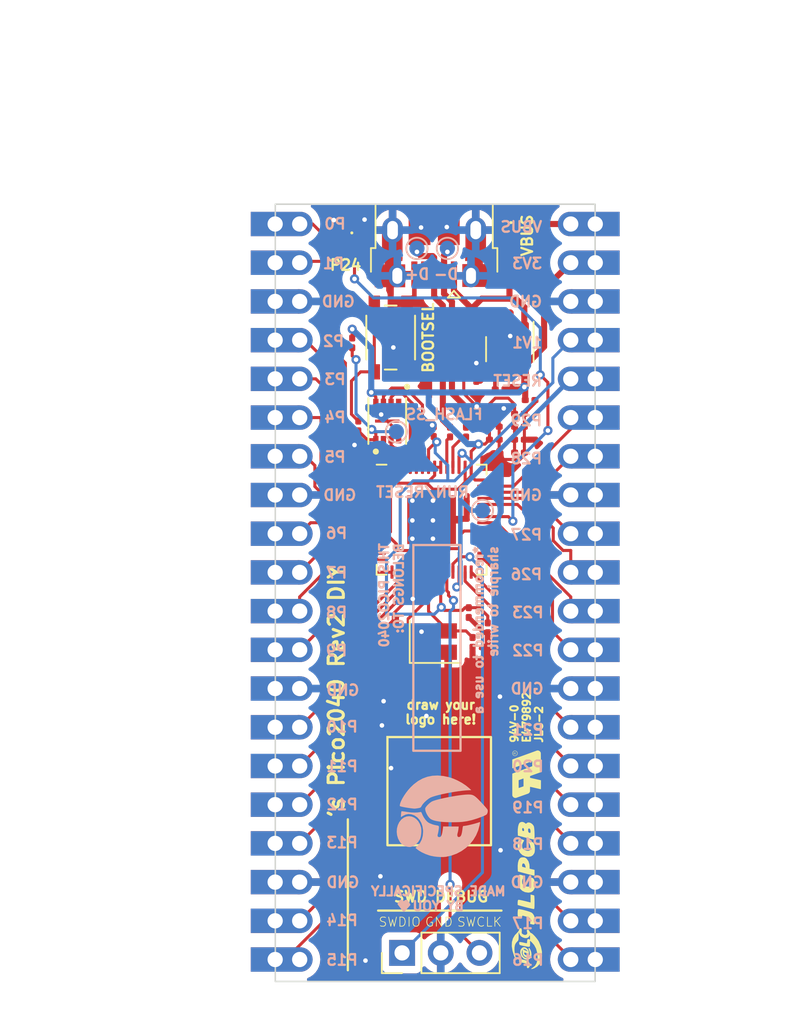
<source format=kicad_pcb>
(kicad_pcb (version 20221018) (generator pcbnew)
  (layers (0 "F.Cu" signal) (31 "B.Cu" signal) (34 "B.Paste" user) (35 "F.Paste" user) (36 "B.SilkS" user "B.Silkscreen") (37 "F.SilkS" user "F.Silkscreen") (38 "B.Mask" user) (39 "F.Mask" user) (44 "Edge.Cuts" user))
  (net 0 "")
  (net 1 "+1V1")
  (net 2 "GND")
  (net 3 "+3.3V")
  (net 4 "VBUS")
  (net 5 "/CLKOUT")
  (net 6 "/CLKIN")
  (net 7 "/USER_LED")
  (net 8 "/DM")
  (net 9 "/DP")
  (net 11 "/P0")
  (net 12 "/P1")
  (net 13 "/P2")
  (net 14 "/P3")
  (net 15 "/P4")
  (net 16 "/P5")
  (net 17 "/P6")
  (net 18 "/P7")
  (net 19 "/P8")
  (net 20 "/P9")
  (net 21 "/P10")
  (net 22 "/P11")
  (net 23 "/P12")
  (net 24 "/P13")
  (net 25 "/P14")
  (net 26 "/P15")
  (net 27 "/RESET")
  (net 28 "/P29")
  (net 29 "/P28")
  (net 30 "/P27")
  (net 31 "/P26")
  (net 32 "/P23")
  (net 33 "/P22")
  (net 34 "/P21")
  (net 35 "/P20")
  (net 36 "/P19")
  (net 37 "/P18")
  (net 38 "/P17")
  (net 39 "/P16")
  (net 40 "/SWDIO")
  (net 41 "/SWCLK")
  (net 42 "Net-(U1-USB_DP)")
  (net 43 "Net-(U1-USB_DM)")
  (net 44 "Net-(U2-SENSE{slash}ADJ)")
  (net 45 "/FLASH_SS")
  (net 46 "Net-(R6-Pad1)")
  (net 48 "/FLASH_SD3")
  (net 49 "/FLASH_CLOCK")
  (net 50 "/FLASH_SD0")
  (net 51 "/FLASH_SD2")
  (net 52 "/FLASH_SD1")
  (footprint "Resistor_SMD:R_0201_0603Metric" (layer "F.Cu") (at 98.4975 52.2875)
    (fp_text reference "R3" hide)
    (fp_text value "12")
  )
  (footprint "Connector_PinHeader_2.54mm:PinHeader_1x03_P2.54mm_Vertical" (layer "F.Cu") (at 92.0625 89.2625 90)
    (fp_text reference "J4" hide)
    (fp_text value "Conn_01x03")
  )
  (footprint "Connector_USB:USB_Micro-B_Amphenol_10103594-0001LF_Horizontal" (layer "F.Cu") (at 94.1425 42.9525 180)
    (fp_text reference "J1" hide)
    (fp_text value "USB_B_Micro" hide)
  )
  (footprint "Capacitor_SMD:C_0201_0603Metric" (layer "F.Cu") (at 97.6875 67.9325 -90)
    (fp_text reference "C3" hide)
    (fp_text value "1uF")
  )
  (footprint "TL3365AF180QG:SW_TL3365AF180QG" (layer "F.Cu") (at 91.3125 48.8875 90)
    (fp_text reference "S1" hide)
    (fp_text value "TL3365AF180QG" hide)
  )
  (footprint "Package_TO_SOT_SMD:TSOT-23-5" (layer "F.Cu") (at 99.1375 49.65 -90)
    (fp_text reference "U2" hide)
    (fp_text value "ADP7142AUJZ-3.3")
  )
  (footprint "Package_DFN_QFN:QFN-56-1EP_7x7mm_P0.4mm_EP3.2x3.2mm" (layer "F.Cu") (at 94 60.8375)
    (fp_text reference "U1" hide)
    (fp_text value "RP2040")
  )
  (footprint "Capacitor_SMD:C_0201_0603Metric" (layer "F.Cu") (at 94.1375 55.0575 90)
    (fp_text reference "C1" hide)
    (fp_text value "100nF")
  )
  (footprint "Resistor_SMD:R_0201_0603Metric" (layer "F.Cu") (at 88.7875 49.2375 -90)
    (fp_text reference "R5" hide)
    (fp_text value "NO-FIT")
  )
  (footprint "SMD-TH-Connector:PinHeader_1x20_2H_P2.54mm_Vertical" (layer "F.Cu") (at 85.3375 41.4375)
    (fp_text reference "J2" hide)
    (fp_text value "Conn_01x20")
  )
  (footprint "Resistor_SMD:R_0201_0603Metric" (layer "F.Cu") (at 95.2125 55.0875 -90)
    (fp_text reference "R1" hide)
    (fp_text value "200")
  )
  (footprint "Crystal:Crystal_SMD_2520-4Pin_2.5x2.0mm" (layer "F.Cu") (at 94.2125 68.8375)
    (fp_text reference "Y1" hide)
    (fp_text value "12MHz")
  )
  (footprint "Capacitor_SMD:C_0201_0603Metric" (layer "F.Cu") (at 96.4375 66.9325 -90)
    (fp_text reference "C2" hide)
    (fp_text value "100nF")
  )
  (footprint "LOGO" (layer "F.Cu") (at 100.2375 85.5375 90)
    (fp_text reference "G***" hide)
    (fp_text value "LOGO" hide)
  )
  (footprint "Capacitor_SMD:C_0201_0603Metric" (layer "F.Cu") (at 99.7675 55.5875)
    (fp_text reference "C10" hide)
    (fp_text value "100nF")
  )
  (footprint "Capacitor_SMD:C_0201_0603Metric" (layer "F.Cu") (at 99.7725 56.4375)
    (fp_text reference "C11" hide)
    (fp_text value "100nF")
  )
  (footprint "Capacitor_SMD:C_0201_0603Metric" (layer "F.Cu") (at 99.7675 54.7375)
    (fp_text reference "C9" hide)
    (fp_text value "100nF")
  )
  (footprint "Resistor_SMD:R_0201_0603Metric" (layer "F.Cu") (at 96.2625 55.0925 -90)
    (fp_text reference "R2" hide)
    (fp_text value "200")
  )
  (footprint "Capacitor_SMD:C_0201_0603Metric" (layer "F.Cu") (at 98.1175 54.7375)
    (fp_text reference "C6" hide)
    (fp_text value "100nF")
  )
  (footprint "Capacitor_SMD:C_0201_0603Metric" (layer "F.Cu") (at 91.8375 69.4825 90)
    (fp_text reference "C15" hide)
    (fp_text value "15pF")
  )
  (footprint "Capacitor_SMD:C_0201_0603Metric" (layer "F.Cu") (at 98.1175 53.9125)
    (fp_text reference "C5" hide)
    (fp_text value "100nF")
  )
  (footprint "Capacitor_SMD:C_0201_0603Metric" (layer "F.Cu") (at 99.7675 53.8875)
    (fp_text reference "C8" hide)
    (fp_text value "100nF")
  )
  (footprint "LED_SMD:LED_0201_0603Metric" (layer "F.Cu") (at 88.7625 42.88 -90)
    (fp_text reference "D2" hide)
    (fp_text value "LED")
  )
  (footprint "Capacitor_SMD:C_0201_0603Metric" (layer "F.Cu") (at 99.1125 44.8675 90)
    (fp_text reference "C12" hide)
    (fp_text value "2.2uF")
  )
  (footprint "LED_SMD:LED_0201_0603Metric" (layer "F.Cu") (at 99.2125 42.205 -90)
    (fp_text reference "D1" hide)
    (fp_text value "LED")
  )
  (footprint "Resistor_SMD:R_0201_0603Metric" (layer "F.Cu") (at 96.9375 51.4425 90)
    (fp_text reference "R4" hide)
    (fp_text value "12")
  )
  (footprint "Capacitor_SMD:C_0201_0603Metric" (layer "F.Cu") (at 96.6875 68.8875 -90)
    (fp_text reference "C14" hide)
    (fp_text value "15pF")
  )
  (footprint "Capacitor_SMD:C_0201_0603Metric" (layer "F.Cu") (at 100.4675 52.9875)
    (fp_text reference "C13" hide)
    (fp_text value "2.2uF")
  )
  (footprint "Resistor_SMD:R_0201_0603Metric" (layer "F.Cu") (at 89.1875 54.6875 -90)
    (fp_text reference "R6" hide)
    (fp_text value "1K")
  )
  (footprint "LOGO" (layer "F.Cu") (at 100.2375 77.5375 90)
    (fp_text reference "G***" hide)
    (fp_text value "LOGO" hide)
  )
  (footprint "GD25Q16CEIGR:PSON50P200X300X50-9N" (layer "F.Cu") (at 91.0875 54.3675 90)
    (fp_text reference "U3" hide)
    (fp_text value "GD25Q16CEIGR")
  )
  (footprint "Capacitor_SMD:C_0201_0603Metric" (layer "F.Cu") (at 98.1175 55.5875)
    (fp_text reference "C7" hide)
    (fp_text value "100nF")
  )
  (footprint "Capacitor_SMD:C_0201_0603Metric" (layer "F.Cu") (at 89.3875 56.4825 90)
    (fp_text reference "C4" hide)
    (fp_text value "1uF")
  )
  (footprint "LOGO" (layer "B.Cu") (at 94.7 80.3 180)
    (fp_text reference "G***" hide)
    (fp_text value "LOGO" hide)
  )
  (footprint "TestPoint:TestPoint_Pad_D1.0mm" (layer "B.Cu") (at 95.0375 43.0375 180)
    (fp_text reference "TP2" hide)
    (fp_text value "USB_DM")
  )
  (footprint "TestPoint:TestPoint_Pad_D1.0mm" (layer "B.Cu") (at 93.0375 43.0375 180)
    (fp_text reference "TP1" hide)
    (fp_text value "USB_DP")
  )
  (footprint "TestPoint:TestPoint_Pad_D1.0mm" (layer "B.Cu") (at 91.6875 55.0625 180)
    (fp_text reference "TP4" hide)
    (fp_text value "FLASH_SS")
  )
  (footprint "SMD-TH-Connector:PinHeader_1x20_2H_P2.54mm_Vertical" (layer "B.Cu") (at 103.1375 41.4375 180)
    (fp_text reference "J3" hide)
    (fp_text value "Conn_01x20")
  )
  (footprint "TestPoint:TestPoint_Pad_D1.0mm" (layer "B.Cu") (at 97.3375 60.2375 180)
    (fp_text reference "TP3" hide)
    (fp_text value "RESET")
  )
  (gr_poly (pts (xy 92.18 86.49) (xy 92.53 86.1) (xy 92.38 85.86) (xy 92.29 85.86) (xy 92.18 85.98) (xy 92.06 85.86) (xy 91.97 85.86) (xy 91.84 86.05)) (stroke (width 0.15)) (fill solid) (layer "B.SilkS"))
  (gr_rect (start 92.8 62.5) (end 95.9 76) (stroke (width 0.15)) (fill none) (layer "B.SilkS"))
  (gr_rect (start 91.1 75.1) (end 97.9 82.2) (stroke (width 0.15)) (fill none) (layer "F.SilkS"))
  (gr_line (start 88.5 80.5) (end 88.5 90.4) (stroke (width 0.15)) (layer "F.SilkS"))
  (gr_line (start 98.5875 86.4875) (end 90.4875 86.4875) (stroke (width 0.15)) (layer "F.SilkS"))
  (gr_rect (start 83.7375 40.1375) (end 104.7375 91.1375) (stroke (width 0.1)) (fill none) (layer "Edge.Cuts"))
  (gr_text "P18" (at 101.4375 82.5375) (layer "B.SilkS") (effects (font (size 0.7 0.7)) (justify left bottom mirror)))
  (gr_text "GND" (at 89.3375 85.0375) (layer "B.SilkS") (effects (font (size 0.7 0.7)) (justify left bottom mirror)))
  (gr_text "GND" (at 101.3375 46.9375) (layer "B.SilkS") (effects (font (size 0.7 0.7)) (justify left bottom mirror)))
  (gr_text "P9" (at 88.5375 69.8375) (layer "B.SilkS") (effects (font (size 0.7 0.7)) (justify left bottom mirror)))
  (gr_text "P11" (at 89.2375 77.4375) (layer "B.SilkS") (effects (font (size 0.7 0.7)) (justify left bottom mirror)))
  (gr_text "P14" (at 89.2375 87.5375) (layer "B.SilkS") (effects (font (size 0.7 0.7)) (justify left bottom mirror)))
  (gr_text "THIS PICO2040\nBELONGS TO:" (at 92.2 62.3 90) (layer "B.SilkS") (effects (font (size 0.6 0.6)) (justify left bottom mirror)))
  (gr_text "P5" (at 88.4375 57.1375) (layer "B.SilkS") (effects (font (size 0.7 0.7)) (justify left bottom mirror)))
  (gr_text "RESET" (at 101.3375 52.1375) (layer "B.SilkS") (effects (font (size 0.7 0.7)) (justify left bottom mirror)))
  (gr_text "P4" (at 88.4375 54.5375) (layer "B.SilkS") (effects (font (size 0.7 0.7)) (justify left bottom mirror)))
  (gr_text "P13" (at 89.2375 82.4375) (layer "B.SilkS") (effects (font (size 0.7 0.7)) (justify left bottom mirror)))
  (gr_text "P20" (at 101.4375 77.4375) (layer "B.SilkS") (effects (font (size 0.7 0.7)) (justify left bottom mirror)))
  (gr_text "GND" (at 89.1375 59.6375) (layer "B.SilkS") (effects (font (size 0.7 0.7)) (justify left bottom mirror)))
  (gr_text "P26" (at 101.3375 64.8375) (layer "B.SilkS") (effects (font (size 0.7 0.7)) (justify left bottom mirror)))
  (gr_text "P28" (at 101.3375 57.2375) (layer "B.SilkS") (effects (font (size 0.7 0.7)) (justify left bottom mirror)))
  (gr_text "P22" (at 101.4375 69.8375) (layer "B.SilkS") (effects (font (size 0.7 0.7)) (justify left bottom mirror)))
  (gr_text "MADE SPECIFICALLY\nBY YOU" (at 94.4375 86.5375) (layer "B.SilkS") (effects (font (size 0.6 0.6) (thickness 0.15) bold) (justify bottom mirror)))
  (gr_text "GND" (at 89.0375 46.9375) (layer "B.SilkS") (effects (font (size 0.7 0.7)) (justify left bottom mirror)))
  (gr_text "*recommended to use a\nsharpie to write" (at 98.4 62.5 90) (layer "B.SilkS") (effects (font (size 0.6 0.6)) (justify left bottom mirror)))
  (gr_text "P2" (at 88.3375 49.5375) (layer "B.SilkS") (effects (font (size 0.7 0.7)) (justify left bottom mirror)))
  (gr_text "3V3" (at 101.3375 44.4375) (layer "B.SilkS") (effects (font (size 0.7 0.7)) (justify left bottom mirror)))
  (gr_text "P29" (at 101.3375 54.7375) (layer "B.SilkS") (effects (font (size 0.7 0.7)) (justify left bottom mirror)))
  (gr_text "P23" (at 101.4375 67.3375) (layer "B.SilkS") (effects (font (size 0.7 0.7)) (justify left bottom mirror)))
  (gr_text "P6" (at 88.5375 62.1375) (layer "B.SilkS") (effects (font (size 0.7 0.7)) (justify left bottom mirror)))
  (gr_text "1V1" (at 101.3375 49.6375) (layer "B.SilkS") (effects (font (size 0.7 0.7)) (justify left bottom mirror)))
  (gr_text "P12" (at 89.2375 79.9375) (layer "B.SilkS") (effects (font (size 0.7 0.7)) (justify left bottom mirror)))
  (gr_text "P16" (at 101.4375 90.1375) (layer "B.SilkS") (effects (font (size 0.7 0.7)) (justify left bottom mirror)))
  (gr_text "P21" (at 101.4375 75.0375) (layer "B.SilkS") (effects (font (size 0.7 0.7)) (justify left bottom mirror)))
  (gr_text "P1" (at 88.3375 44.4375) (layer "B.SilkS") (effects (font (size 0.7 0.7)) (justify left bottom mirror)))
  (gr_text "D-" (at 95.8375 45.1375) (layer "B.SilkS") (effects (font (size 0.7 0.7)) (justify left bottom mirror)))
  (gr_text "P19" (at 101.4375 80.1375) (layer "B.SilkS") (effects (font (size 0.7 0.7)) (justify left bottom mirror)))
  (gr_text "GND" (at 89.3375 72.4375) (layer "B.SilkS") (effects (font (size 0.7 0.7)) (justify left bottom mirror)))
  (gr_text "P17" (at 101.4375 87.7375) (layer "B.SilkS") (effects (font (size 0.7 0.7)) (justify left bottom mirror)))
  (gr_text "D+" (at 93.9375 45.1375) (layer "B.SilkS") (effects (font (size 0.7 0.7)) (justify left bottom mirror)))
  (gr_text "P15" (at 89.2375 90.1375) (layer "B.SilkS") (effects (font (size 0.7 0.7)) (justify left bottom mirror)))
  (gr_text "GND" (at 101.4375 85.0375) (layer "B.SilkS") (effects (font (size 0.7 0.7)) (justify left bottom mirror)))
  (gr_text "P3" (at 88.4375 52.0375) (layer "B.SilkS") (effects (font (size 0.7 0.7)) (justify left bottom mirror)))
  (gr_text "P7" (at 88.5375 64.7375) (layer "B.SilkS") (effects (font (size 0.7 0.7)) (justify left bottom mirror)))
  (gr_text "FLASH_SS" (at 97.4375 54.3375) (layer "B.SilkS") (effects (font (size 0.7 0.7)) (justify left bottom mirror)))
  (gr_text "P10" (at 89.2375 74.8375) (layer "B.SilkS") (effects (font (size 0.7 0.7)) (justify left bottom mirror)))
  (gr_text "RUN/RESET" (at 96.5375 59.4375) (layer "B.SilkS") (effects (font (size 0.7 0.7)) (justify left bottom mirror)))
  (gr_text "VBUS" (at 101.3375 42.0375) (layer "B.SilkS") (effects (font (size 0.7 0.7)) (justify left bottom mirror)))
  (gr_text "P27" (at 101.3375 62.2375) (layer "B.SilkS") (effects (font (size 0.7 0.7)) (justify left bottom mirror)))
  (gr_text "P0" (at 88.4375 41.8375) (layer "B.SilkS") (effects (font (size 0.7 0.7)) (justify left bottom mirror)))
  (gr_text "GND" (at 101.4375 72.3375) (layer "B.SilkS") (effects (font (size 0.7 0.7)) (justify left bottom mirror)))
  (gr_text "P8" (at 88.5375 67.3375) (layer "B.SilkS") (effects (font (size 0.7 0.7)) (justify left bottom mirror)))
  (gr_text "GND" (at 101.3375 59.6375) (layer "B.SilkS") (effects (font (size 0.7 0.7)) (justify left bottom mirror)))
  (gr_text "SWCLK" (at 95.6375 87.5875) (layer "F.SilkS") (effects (font (size 0.6 0.6) (thickness 0.05)) (justify left bottom)))
  (gr_text "SWDIO" (at 90.4875 87.5875) (layer "F.SilkS") (effects (font (size 0.6 0.6) (thickness 0.05)) (justify left bottom)))
  (gr_text "'s Pico2040 Rev2 DIY" (at 88.3375 80.5 90) (layer "F.SilkS") (effects (font (size 1 1) (thickness 0.2) bold) (justify left bottom)))
  (gr_text "VBUS" (at 100.6875 43.6375 90) (layer "F.SilkS") (effects (font (size 0.7 0.7)) (justify left bottom)))
  (gr_text "GND" (at 93.5375 87.5875) (layer "F.SilkS") (effects (font (size 0.6 0.6) (thickness 0.05)) (justify left bottom)))
  (gr_text "94V-0\nE479892\nJLC-2" (at 101.3375 75.5375 90) (layer "F.SilkS") (effects (font (size 0.5 0.5) (thickness 0.125)) (justify left bottom)))
  (gr_text "BOOTSEL" (at 94.1875 51.2875 90) (layer "F.SilkS") (effects (font (size 0.7 0.7)) (justify left bottom)))
  (gr_text "SWD DEBUG" (at 91.4375 85.9875) (layer "F.SilkS") (effects (font (size 0.7 0.7)) (justify left bottom)))
  (gr_text "draw your\nlogo here!" (at 94.6 74.3) (layer "F.SilkS") (effects (font (size 0.6 0.6)) (justify bottom)))
  (gr_text "P24" (at 87.2375 44.5375) (layer "F.SilkS") (effects (font (size 0.7 0.7)) (justify left bottom)))
  (segment (start 96.192495 66.6125) (end 96.4375 66.6125) (width 0.2) (layer "F.Cu") (net 1))
  (segment (start 96.4375 66.6125) (end 97.1425 66.6125) (width 0.2) (layer "F.Cu") (net 1))
  (segment (start 97.1425 66.6125) (end 97.6875 67.1575) (width 0.2) (layer "F.Cu") (net 1))
  (segment (start 94.839821 66.789821) (end 96.015174 66.789821) (width 0.2) (layer "F.Cu") (net 1))
  (segment (start 95.8 57.4) (end 95.8 56.679444) (width 0.2) (layer "F.Cu") (net 1))
  (segment (start 94.1375 55.3775) (end 94.1375 55.6875) (width 0.2) (layer "F.Cu") (net 1))
  (segment (start 94.6375 66.5875) (end 94.839821 66.789821) (width 0.2) (layer "F.Cu") (net 1))
  (segment (start 97.6875 67.1575) (end 97.6875 67.6125) (width 0.2) (layer "F.Cu") (net 1))
  (segment (start 94.6 64.275) (end 94.6 66.55) (width 0.2) (layer "F.Cu") (net 1))
  (segment (start 93.8 57.4) (end 93.8 56.225) (width 0.2) (layer "F.Cu") (net 1))
  (segment (start 94.1375 55.6875) (end 94.2375 55.7875) (width 0.2) (layer "F.Cu") (net 1))
  (segment (start 93.8 56.225) (end 94.2875 55.7375) (width 0.2) (layer "F.Cu") (net 1))
  (segment (start 95.8 56.679444) (end 96.0005 56.478944) (width 0.2) (layer "F.Cu") (net 1))
  (segment (start 94.6625 66.5875) (end 94.6375 66.5875) (width 0.2) (layer "F.Cu") (net 1))
  (segment (start 96.015174 66.789821) (end 96.192495 66.6125) (width 0.2) (layer "F.Cu") (net 1))
  (segment (start 94.3375 55.7375) (end 94.3375 55.6875) (width 0.2) (layer "F.Cu") (net 1))
  (segment (start 94.3375 55.6875) (end 94.2375 55.7875) (width 0.2) (layer "F.Cu") (net 1))
  (segment (start 94.6 66.55) (end 94.6375 66.5875) (width 0.2) (layer "F.Cu") (net 1))
  (segment (start 94.2875 55.7375) (end 94.3375 55.7375) (width 0.2) (layer "F.Cu") (net 1))
  (via (at 94.3375 55.7375) (size 0.6) (drill 0.3) (layers "F.Cu" "B.Cu") (net 1))
  (via (at 94.6375 66.5875) (size 0.6) (drill 0.3) (layers "F.Cu" "B.Cu") (net 1))
  (via (at 96.0005 56.478944) (size 0.6) (drill 0.3) (layers "F.Cu" "B.Cu") (net 1))
  (segment (start 94.1875 67.0375) (end 91.0375 67.0375) (width 0.2) (layer "B.Cu") (net 1))
  (segment (start 94.2375 56.448534) (end 95.0625 57.273534) (width 0.2) (layer "B.Cu") (net 1))
  (segment (start 96.0005 56.478944) (end 96.078944 56.478944) (width 0.2) (layer "B.Cu") (net 1))
  (segment (start 96.078944 56.478944) (end 96.701409 57.101409) (width 0.2) (layer "B.Cu") (net 1))
  (segment (start 94.6375 66.5875) (end 94.1875 67.0375) (width 0.2) (layer "B.Cu") (net 1))
  (segment (start 91.0375 63.4625) (end 91.9375 62.5625) (width 0.2) (layer "B.Cu") (net 1))
  (segment (start 94.2375 55.8375) (end 94.2375 56.448534) (width 0.2) (layer "B.Cu") (net 1))
  (segment (start 91.9375 62.5625) (end 91.9375 59.1375) (width 0.2) (layer "B.Cu") (net 1))
  (segment (start 95.0625 57.273534) (end 95.0625 58.288) (width 0.2) (layer "B.Cu") (net 1))
  (segment (start 92.787 58.288) (end 95.0625 58.288) (width 0.2) (layer "B.Cu") (net 1))
  (segment (start 95.514818 58.288) (end 96.701409 57.101409) (width 0.2) (layer "B.Cu") (net 1))
  (segment (start 94.3375 55.7375) (end 94.2375 55.8375) (width 0.2) (layer "B.Cu") (net 1))
  (segment (start 91.9375 59.1375) (end 92.787 58.288) (width 0.2) (layer "B.Cu") (net 1))
  (segment (start 95.0625 58.288) (end 95.514818 58.288) (width 0.2) (layer "B.Cu") (net 1))
  (segment (start 96.701409 57.101409) (end 101.9625 51.840318) (width 0.2) (layer "B.Cu") (net 1))
  (segment (start 101.9625 51.840318) (end 101.9625 50.2325) (width 0.2) (layer "B.Cu") (net 1))
  (segment (start 101.9625 50.2325) (end 103.1375 49.0575) (width 0.2) (layer "B.Cu") (net 1))
  (segment (start 91.0375 67.0375) (end 91.0375 63.4625) (width 0.2) (layer "B.Cu") (net 1))
  (segment (start 92.7625 66.0375) (end 92.459532 66.0375) (width 0.2) (layer "F.Cu") (net 2))
  (segment (start 99.1125 44.5475) (end 99.1125 44.3125) (width 0.3) (layer "F.Cu") (net 2))
  (segment (start 100.7875 53.1875) (end 100.7875 52.9875) (width 0.2) (layer "F.Cu") (net 2))
  (segment (start 91.4875 67.009532) (end 91.4875 67.9875) (width 0.2) (layer "F.Cu") (net 2))
  (segment (start 91.0875 54.3675) (end 91.8375 55.1175) (width 0.2) (layer "F.Cu") (net 2))
  (segment (start 89.1625 55.9375) (end 89.3875 56.1625) (width 0.2) (layer "F.Cu") (net 2))
  (segment (start 96.1125 51.4875) (end 96.4775 51.1225) (width 0.2) (layer "F.Cu") (net 2))
  (segment (start 91.0875 54.3675) (end 91.0875 54.3375) (width 0.2) (layer "F.Cu") (net 2))
  (segment (start 91.3125 51.4375) (end 91.3125 51.5375) (width 0.2) (layer "F.Cu") (net 2))
  (segment (start 88.9375 55.9375) (end 89.1625 55.9375) (width 0.2) (layer "F.Cu") (net 2))
  (segment (start 93 65.8) (end 92.7625 66.0375) (width 0.2) (layer "F.Cu") (net 2))
  (segment (start 98.4375 55.5875) (end 98.4375 56.8875) (width 0.2) (layer "F.Cu") (net 2))
  (segment (start 98.4375 53.9125) (end 98.4375 53.8375) (width 0.2) (layer "F.Cu") (net 2))
  (segment (start 91.0875 54.3375) (end 90.6875 53.9375) (width 0.2) (layer "F.Cu") (net 2))
  (segment (start 91.8375 55.1175) (end 91.8375 55.5875) (width 0.2) (layer "F.Cu") (net 2))
  (segment (start 100.0925 56.593185) (end 100.0925 56.4375) (width 0.2) (layer "F.Cu") (net 2))
  (segment (start 96.4775 51.1225) (end 96.9375 51.1225) (width 0.2) (layer "F.Cu") (net 2))
  (segment (start 98.4375 53.8375) (end 98.7375 53.5375) (width 0.2) (layer "F.Cu") (net 2))
  (segment (start 96.1125 52.5625) (end 96.1125 51.4875) (width 0.2) (layer "F.Cu") (net 2))
  (segment (start 99.798185 56.8875) (end 100.0925 56.593185) (width 0.2) (layer "F.Cu") (net 2))
  (segment (start 93 64.275) (end 93 65.8) (width 0.2) (layer "F.Cu") (net 2))
  (segment (start 92.459532 66.0375) (end 91.4875 67.009532) (width 0.2) (layer "F.Cu") (net 2))
  (segment (start 91.0375 69.1625) (end 90.9875 69.2125) (width 0.2) (layer "F.Cu") (net 2))
  (segment (start 98.4375 56.8875) (end 99.798185 56.8875) (width 0.2) (layer "F.Cu") (net 2))
  (segment (start 92.8675 46.1575) (end 92.3875 46.6375) (width 0.3) (layer "F.Cu") (net 2))
  (segment (start 97.4375 68.2525) (end 96.4375 67.2525) (width 0.3) (layer "F.Cu") (net 2))
  (segment (start 92.8675 44.7175) (end 92.8675 46.1575) (width 0.3) (layer "F.Cu") (net 2))
  (segment (start 100.0925 56.4375) (end 100.0925 53.8925) (width 0.2) (layer "F.Cu") (net 2))
  (segment (start 98.4375 53.9125) (end 98.4375 55.5875) (width 0.2) (layer "F.Cu") (net 2))
  (segment (start 99.1125 44.3125) (end 98.4375 43.6375) (width 0.3) (layer "F.Cu") (net 2))
  (segment (start 96.9625 53.4125) (end 96.1125 52.5625) (width 0.2) (layer "F.Cu") (net 2))
  (segment (start 97.6875 68.2525) (end 97.4375 68.2525) (width 0.3) (layer "F.Cu") (net 2))
  (segment (start 100.0875 53.8875) (end 100.7875 53.1875) (width 0.2) (layer "F.Cu") (net 2))
  (segment (start 91.8375 69.1625) (end 91.0375 69.1625) (width 0.2) (layer "F.Cu") (net 2))
  (segment (start 100.0925 53.8925) (end 100.0875 53.8875) (width 0.2) (layer "F.Cu") (net 2))
  (via (at 88.9375 55.9375) (size 0.6) (drill 0.3) (layers "F.Cu" "B.Cu") (net 2))
  (via (at 98.5275 82.5275) (size 0.6) (drill 0.3) (layers "F.Cu" "B.Cu") (net 2))
  (via (at 90.6375 84.2375) (size 0.6) (drill 0.3) (layers "F.Cu" "B.Cu") (net 2))
  (via (at 93.6575 73.7175) (size 0.6) (drill 0.3) (layers "F.Cu" "B.Cu") (net 2))
  (via (at 89.6575 89.7675) (size 0.6) (drill 0.3) (layers "F.Cu" "B.Cu") (net 2))
  (via (at 91.4875 49.5375) (size 0.6) (drill 0.3) (layers "F.Cu" "B.Cu") (net 2))
  (via (at 99.1625 48.7875) (size 0.6) (drill 0.3) (layers "F.Cu" "B.Cu") (net 2))
  (via (at 93.3375 68.1875) (size 0.6) (drill 0.3) (layers "F.Cu" "B.Cu") (net 2))
  (via (at 94.0375 54.6375) (size 0.6) (drill 0.3) (layers "F.Cu" "B.Cu") (net 2))
  (via (at 89.5975 41.1475) (size 0.6) (drill 0.3) (layers "F.Cu" "B.Cu") (net 2))
  (via (at 92.7375 60.8875) (size 0.6) (drill 0.3) (layers "F.Cu" "B.Cu") (net 2))
  (via (at 96.9375 50.5625) (size 0.6) (drill 0.3) (layers "F.Cu" "B.Cu") (net 2))
  (via (at 94.0875 59.5875) (size 0.6) (drill 0.3) (layers "F.Cu" "B.Cu") (net 2))
  (via (at 90.6875 53.9375) (size 0.6) (drill 0.3) (layers "F.Cu" "B.Cu") (net 2))
  (via (at 91.3375 77.1375) (size 0.6) (drill 0.3) (layers "F.Cu" "B.Cu") (net 2))
  (via (at 87.5775 41.1775) (size 0.6) (drill 0.3) (layers "F.Cu" "B.Cu") (net 2))
  (via (at 98.7375 53.5375) (size 0.6) (drill 0.3) (layers "F.Cu" "B.Cu") (net 2))
  (via (at 94.0875 60.8875) (size 0.6) (drill 0.3) (layers "F.Cu" "B.Cu") (net 2))
  (via (at 94.9975 41.6375) (size 0.6) (drill 0.3) (layers "F.Cu" "B.Cu") (net 2))
  (via (at 98.4875 72.4475) (size 0.6) (drill 0.3) (layers "F.Cu" "B.Cu") (net 2))
  (via (at 92.7625 66.0375) (size 0.6) (drill 0.3) (layers "F.Cu" "B.Cu") (net 2))
  (via (at 94.0875 62.0875) (size 0.6) (drill 0.3) (layers "F.Cu" "B.Cu") (net 2))
  (via (at 93.3075 41.6675) (size 0.6) (drill 0.3) (layers "F.Cu" "B.Cu") (net 2))
  (via (at 90.7375 74.3375) (size 0.6) (drill 0.3) (layers "F.Cu" "B.Cu") (net 2))
  (via (at 96.9625 53.4125) (size 0.6) (drill 0.3) (layers "F.Cu" "B.Cu") (net 2))
  (via (at 92.7375 62.0875) (size 0.6) (drill 0.3) (layers "F.Cu" "B.Cu") (net 2))
  (via (at 90.8475 72.7475) (size 0.6) (drill 0.3) (layers "F.Cu" "B.Cu") (net 2))
  (via (at 92.7375 59.5875) (size 0.6) (drill 0.3) (layers "F.Cu" "B.Cu") (net 2))
  (segment (start 87.4875 46.8875) (end 89.4625 46.8875) (width 0.4) (layer "B.Cu") (net 2))
  (segment (start 89.4375 56.5375) (end 87.3625 54.4625) (width 0.4) (layer "B.Cu") (net 2))
  (segment (start 92.4625 56.5375) (end 89.4375 56.5375) (width 0.4) (layer "B.Cu") (net 2))
  (segment (start 87.3625 47.0125) (end 87.4875 46.8875) (width 0.4) (layer "B.Cu") (net 2))
  (segment (start 90.6875 53.9375) (end 90.7125 53.9125) (width 0.4) (layer "B.Cu") (net 2))
  (segment (start 93.0375 53.9125) (end 93.7625 54.6375) (width 0.4) (layer "B.Cu") (net 2))
  (segment (start 94.0375 54.9125) (end 94.0625 54.9375) (width 0.4) (layer "B.Cu") (net 2))
  (segment (start 87.3625 54.4625) (end 87.3625 47.0125) (width 0.4) (layer "B.Cu") (net 2))
  (segment (start 94.0625 54.9375) (end 92.4625 56.5375) (width 0.4) (layer "B.Cu") (net 2))
  (segment (start 94.0375 54.6375) (end 94.0375 54.9125) (width 0.4) (layer "B.Cu") (net 2))
  (segment (start 93.7625 54.6375) (end 94.0375 54.6375) (width 0.4) (layer "B.Cu") (net 2))
  (segment (start 90.7125 53.9125) (end 93.0375 53.9125) (width 0.4) (layer "B.Cu") (net 2))
  (segment (start 93.1375 50.5625) (end 96.9375 50.5625) (width 0.4) (layer "B.Cu") (net 2))
  (segment (start 89.4625 46.8875) (end 93.1375 50.5625) (width 0.4) (layer "B.Cu") (net 2))
  (segment (start 100.0875 52.1375) (end 100.0875 50.7875) (width 0.4) (layer "F.Cu") (net 3))
  (segment (start 89.3875 57.0625) (end 90.5625 58.2375) (width 0.2) (layer "F.Cu") (net 3))
  (segment (start 101.3875 49.4875) (end 100.0875 50.7875) (width 0.4) (layer "F.Cu") (net 3))
  (segment (start 97.077498 55.877498) (end 96.6 56.354996) (width 0.2) (layer "F.Cu") (net 3))
  (segment (start 97.7975 55.5875) (end 97.7975 53.9125) (width 0.2) (layer "F.Cu") (net 3))
  (segment (start 92.8875 62.8125) (end 92.9625 62.7375) (width 0.2) (layer "F.Cu") (net 3))
  (segment (start 91.6875 62.8625) (end 92.8375 62.8625) (width 0.2) (layer "F.Cu") (net 3))
  (segment (start 93.68995 58.442525) (end 94.2 57.932475) (width 0.2) (layer "F.Cu") (net 3))
  (segment (start 90.5625 61.8375) (end 91.094975 61.8375) (width 0.2) (layer "F.Cu") (net 3))
  (segment (start 94.084925 58.8375) (end 95.7375 58.8375) (width 0.2) (layer "F.Cu") (net 3))
  (segment (start 100.0875 52.1375) (end 99.2375 52.1375) (width 0.4) (layer "F.Cu") (net 3))
  (segment (start 91.3 58.442525) (end 93.68995 58.442525) (width 0.2) (layer "F.Cu") (net 3))
  (segment (start 89.3875 56.8025) (end 89.3875 57.0625) (width 0.2) (layer "F.Cu") (net 3))
  (segment (start 99.2375 52.1375) (end 99.0875 52.2875) (width 0.4) (layer "F.Cu") (net 3))
  (segment (start 94.2 57.4) (end 94.6 57.4) (width 0.2) (layer "F.Cu") (net 3))
  (segment (start 91.094975 61.8375) (end 91.6875 62.430025) (width 0.2) (layer "F.Cu") (net 3))
  (segment (start 92.9625 62.7375) (end 95.9 62.7375) (width 0.2) (layer "F.Cu") (net 3))
  (segment (start 99.4475 53.8875) (end 99.4475 56.4325) (width 0.2) (layer "F.Cu") (net 3))
  (segment (start 91.3 58.442525) (end 91.094975 58.2375) (width 0.2) (layer "F.Cu") (net 3))
  (segment (start 91.6875 62.430025) (end 91.6875 62.8625) (width 0.2) (layer "F.Cu") (net 3))
  (segment (start 94.2 63.742525) (end 93.269975 62.8125) (width 0.2) (layer "F.Cu") (net 3))
  (segment (start 96.8625 58.2375) (end 97.4375 58.2375) (width 0.2) (layer "F.Cu") (net 3))
  (segment (start 91.094975 58.2375) (end 90.5625 58.2375) (width 0.2) (layer "F.Cu") (net 3))
  (segment (start 96.6 57.975) (end 96.6 57.4) (width 0.2) (layer "F.Cu") (net 3))
  (segment (start 90.3375 52.7875) (end 90.0375 52.4875) (width 0.2) (layer "F.Cu") (net 3))
  (segment (start 97.507502 55.877498) (end 97.7975 55.5875) (width 0.2) (layer "F.Cu") (net 3))
  (segment (start 93.68995 58.442525) (end 94.084925 58.8375) (width 0.2) (layer "F.Cu") (net 3))
  (segment (start 92.8375 62.8625) (end 92.8875 62.8125) (width 0.2) (layer "F.Cu") (net 3))
  (segment (start 96.135025 61.579975) (end 96.6475 61.579975) (width 0.2) (layer "F.Cu") (net 3))
  (segment (start 96.2 58.375) (end 96.0875 58.4875) (width 0.2) (layer "F.Cu") (net 3))
  (segment (start 100.1475 52.9875) (end 100.1475 52.1975) (width 0.4) (layer "F.Cu") (net 3))
  (segment (start 97.7975 53.9125) (end 97.7975 53.2525) (width 0.2) (layer "F.Cu") (net 3))
  (segment (start 93.269975 62.8125) (end 92.8875 62.8125) (width 0.2) (layer "F.Cu") (net 3))
  (segment (start 96.6475 61.579975) (end 96.905025 61.8375) (width 0.2) (layer "F.Cu") (net 3))
  (segment (start 95.9 62.7375) (end 95.9 61.815) (width 0.2) (layer "F.Cu") (net 3))
  (segment (start 88.7875 48.9175) (end 88.7875 48.3375) (width 0.2) (layer "F.Cu") (net 3))
  (segment (start 99.0375 52.8625) (end 99.4475 53.2725) (width 0.2) (layer "F.Cu") (net 3))
  (segment (start 96.0875 58.4875) (end 96.6 57.975) (width 0.2) (layer "F.Cu") (net 3))
  (segment (start 96.6 57.975) (end 96.8625 58.2375) (width 0.2) (layer "F.Cu") (net 3))
  (segment (start 91.3 61.632475) (end 91.3 58.442525) (width 0.2) (layer "F.Cu") (net 3))
  (segment (start 100.1475 52.1975) (end 100.0875 52.1375) (width 0.4) (layer "F.Cu") (net 3))
  (segment (start 91.094975 61.8375) (end 91.3 61.632475) (width 0.2) (layer "F.Cu") (net 3))
  (segment (start 99.4475 53.2725) (end 99.4475 53.8875) (width 0.2) (layer "F.Cu") (net 3))
  (segment (start 99.4475 56.4325) (end 99.4525 56.4375) (width 0.2) (layer "F.Cu") (net 3))
  (segment (start 94.2 64.275) (end 94.2 63.742525) (width 0.2) (layer "F.Cu") (net 3))
  (segment (start 94.2 57.932475) (end 94.2 57.4) (width 0.2) (layer "F.Cu") (net 3))
  (segment (start 96.905025 61.8375) (end 97.4375 61.8375) (width 0.2) (layer "F.Cu") (net 3))
  (segment (start 103.1375 43.9775) (end 101.3875 45.7275) (width 0.4) (layer "F.Cu") (net 3))
  (segment (start 97.7975 53.2525) (end 98.1875 52.8625) (width 0.2) (layer "F.Cu") (net 3))
  (segment (start 97.077498 55.877498) (end 97.507502 55.877498) (width 0.2) (layer "F.Cu") (net 3))
  (segment (start 95.9 61.815) (end 96.135025 61.579975) (width 0.2) (layer "F.Cu") (net 3))
  (segment (start 90.3375 53.1475) (end 90.3375 52.7875) (width 0.2) (layer "F.Cu") (net 3))
  (segment (start 101.3875 45.7275) (end 101.3875 49.4875) (width 0.4) (layer "F.Cu") (net 3))
  (segment (start 96.6 56.354996) (end 96.6 57.4) (width 0.2) (layer "F.Cu") (net 3))
  (segment (start 96.2 57.4) (end 96.2 58.375) (width 0.2) (layer "F.Cu") (net 3))
  (segment (start 98.1875 52.8625) (end 99.0375 52.8625) (width 0.2) (layer "F.Cu") (net 3))
  (segment (start 95.7375 58.8375) (end 96.0875 58.4875) (width 0.2) (layer "F.Cu") (net 3))
  (via (at 97.077498 55.877498) (size 0.6) (drill 0.3) (layers "F.Cu" "B.Cu") (net 3))
  (via (at 88.7875 48.3375) (size 0.6) (drill 0.3) (layers "F.Cu" "B.Cu") (net 3))
  (via (at 100.0875 52.1375) (size 0.6) (drill 0.3) (layers "F.Cu" "B.Cu") (net 3))
  (via (at 90.0375 52.4875) (size 0.6) (drill 0.3) (layers "F.Cu" "B.Cu") (net 3))
  (segment (start 99.7375 52.4875) (end 100.0875 52.1375) (width 0.4) (layer "B.Cu") (net 3))
  (segment (start 90.0375 49.5875) (end 90.0375 52.4875) (width 0.4) (layer "B.Cu") (net 3))
  (segment (start 90.0375 52.4875) (end 93.8125 52.4875) (width 0.4) (layer "B.Cu") (net 3))
  (segment (start 93.8125 53.3125) (end 93.8125 52.4875) (width 0.4) (layer "B.Cu") (net 3))
  (segment (start 96.377498 55.877498) (end 93.8125 53.3125) (width 0.4) (layer "B.Cu") (net 3))
  (segment (start 88.7875 48.3375) (end 90.0375 49.5875) (width 0.4) (layer "B.Cu") (net 3))
  (segment (start 97.077498 55.877498) (end 96.377498 55.877498) (width 0.4) (layer "B.Cu") (net 3))
  (segment (start 93.8125 52.4875) (end 99.7375 52.4875) (width 0.4) (layer "B.Cu") (net 3))
  (segment (start 99.2125 42.9625) (end 99.9125 43.6625) (width 0.4) (layer "F.Cu") (net 4))
  (segment (start 97.9375 48.2875) (end 96.6375 46.9875) (width 0.4) (layer "F.Cu") (net 4))
  (segment (start 99.9125 43.6625) (end 99.9125 42.5125) (width 0.4) (layer "F.Cu") (net 4))
  (segment (start 99.2125 42.525) (end 99.2125 42.9625) (width 0.4) (layer "F.Cu") (net 4))
  (segment (start 99.409607 45.1875) (end 99.9125 44.684607) (width 0.4) (layer "F.Cu") (net 4))
  (segment (start 96.6375 46.9875) (end 95.4675 45.8175) (width 0.4) (layer "F.Cu") (net 4))
  (segment (start 99.1375 46.3375) (end 99.5375 46.3375) (width 0.4) (layer "F.Cu") (net 4))
  (segment (start 99.1125 46.3125) (end 99.1375 46.3375) (width 0.4) (layer "F.Cu") (net 4))
  (segment (start 99.1125 45.1875) (end 99.1125 46.3125) (width 0.4) (layer "F.Cu") (net 4))
  (segment (start 99.9125 44.684607) (end 99.9125 43.6625) (width 0.4) (layer "F.Cu") (net 4))
  (segment (start 99.1125 45.1875) (end 99.409607 45.1875) (width 0.4) (layer "F.Cu") (net 4))
  (segment (start 100.0875 46.8875) (end 100.0875 48.2875) (width 0.4) (layer "F.Cu") (net 4))
  (segment (start 99.9125 42.5125) (end 100.9875 41.4375) (width 0.4) (layer "F.Cu") (net 4))
  (segment (start 95.4675 45.8175) (end 95.4675 44.7175) (width 0.4) (layer "F.Cu") (net 4))
  (segment (start 97.2875 46.3375) (end 99.1375 46.3375) (width 0.4) (layer "F.Cu") (net 4))
  (segment (start 96.6375 46.9875) (end 97.2875 46.3375) (width 0.4) (layer "F.Cu") (net 4))
  (segment (start 98.1875 48.2875) (end 97.9375 48.2875) (width 0.4) (layer "F.Cu") (net 4))
  (segment (start 99.5375 46.3375) (end 100.0875 46.8875) (width 0.4) (layer "F.Cu") (net 4))
  (segment (start 100.9875 41.4375) (end 103.1375 41.4375) (width 0.4) (layer "F.Cu") (net 4))
  (segment (start 96.2575 68.1375) (end 96.6875 68.5675) (width 0.2) (layer "F.Cu") (net 5))
  (segment (start 93.8 66.85) (end 95.0875 68.1375) (width 0.2) (layer "F.Cu") (net 5))
  (segment (start 95.0875 68.1375) (end 96.2575 68.1375) (width 0.2) (layer "F.Cu") (net 5))
  (segment (start 93.8 64.275) (end 93.8 66.85) (width 0.2) (layer "F.Cu") (net 5))
  (segment (start 93.4 64.275) (end 93.4 66.4) (width 0.2) (layer "F.Cu") (net 6))
  (segment (start 92.4625 67.3375) (end 92.4625 69.4375) (width 0.2) (layer "F.Cu") (net 6))
  (segment (start 92.2975 69.8025) (end 92.5625 69.5375) (width 0.2) (layer "F.Cu") (net 6))
  (segment (start 93.4 66.4) (end 92.4625 67.3375) (width 0.2) (layer "F.Cu") (net 6))
  (segment (start 91.8375 69.8025) (end 92.2975 69.8025) (width 0.2) (layer "F.Cu") (net 6))
  (segment (start 92.5625 69.5375) (end 93.3375 69.5375) (width 0.2) (layer "F.Cu") (net 6))
  (segment (start 92.4625 69.4375) (end 92.5625 69.5375) (width 0.2) (layer "F.Cu") (net 6))
  (segment (start 97.4375 60.6375) (end 99.0375 60.6375) (width 0.2) (layer "F.Cu") (net 7))
  (segment (start 88.9375 45.0375) (end 88.9375 43.375) (width 0.2) (layer "F.Cu") (net 7))
  (segment (start 101.1375 51.3375) (end 101.6375 51.8375) (width 0.2) (layer "F.Cu") (net 7))
  (segment (start 88.9375 43.375) (end 88.7625 43.2) (width 0.2) (layer "F.Cu") (net 7))
  (segment (start 101.6375 51.8375) (end 101.6375 54.9875) (width 0.2) (layer "F.Cu") (net 7))
  (segment (start 99.0375 60.6375) (end 99.3375 60.9375) (width 0.2) (layer "F.Cu") (net 7))
  (via (at 101.1375 51.3375) (size 0.6) (drill 0.3) (layers "F.Cu" "B.Cu") (net 7))
  (via (at 88.9375 45.0375) (size 0.6) (drill 0.3) (layers "F.Cu" "B.Cu") (net 7))
  (via (at 101.6375 54.9875) (size 0.6) (drill 0.3) (layers "F.Cu" "B.Cu") (net 7))
  (via (at 99.3375 60.9375) (size 0.6) (drill 0.3) (layers "F.Cu" "B.Cu") (net 7))
  (segment (start 90.1875 46.2875) (end 88.9375 45.0375) (width 0.2) (layer "B.Cu") (net 7))
  (segment (start 99.1625 46.2875) (end 90.1875 46.2875) (width 0.2) (layer "B.Cu") (net 7))
  (segment (start 101.1375 48.2625) (end 99.1625 46.2875) (width 0.2) (layer "B.Cu") (net 7))
  (segment (start 99.3375 57.2875) (end 101.6375 54.9875) (width 0.2) (layer "B.Cu") (net 7))
  (segment (start 99.3375 60.9375) (end 99.3375 57.2875) (width 0.2) (layer "B.Cu") (net 7))
  (segment (start 101.1375 51.3375) (end 101.1375 48.2625) (width 0.2) (layer "B.Cu") (net 7))
  (segment (start 94.8175 43.487002) (end 95.0375 43.267002) (width 0.4) (layer "F.Cu") (net 8))
  (segment (start 95.3375 49.9875) (end 95.3375 46.536028) (width 0.4) (layer "F.Cu") (net 8))
  (segment (start 94.8175 44.7175) (end 94.8175 43.487002) (width 0.4) (layer "F.Cu") (net 8))
  (segment (start 94.8175 46.016028) (end 94.8175 44.7175) (width 0.4) (layer "F.Cu") (net 8))
  (segment (start 96.2625 54.7725) (end 96.2625 53.4625) (width 0.4) (layer "F.Cu") (net 8))
  (segment (start 96.2625 53.4625) (end 95.3375 52.5375) (width 0.4) (layer "F.Cu") (net 8))
  (segment (start 95.3375 52.5375) (end 95.3375 49.9875) (width 0.4) (layer "F.Cu") (net 8))
  (segment (start 95.3375 46.536028) (end 94.8175 46.016028) (width 0.4) (layer "F.Cu") (net 8))
  (via (at 95.0375 43.267002) (size 0.6) (drill 0.3) (layers "F.Cu" "B.Cu") (net 8))
  (segment (start 94.1675 43.6425) (end 94.0675 43.5425) (width 0.4) (layer "F.Cu") (net 9))
  (segment (start 95.2125 54.7675) (end 94.7375 54.2925) (width 0.4) (layer "F.Cu") (net 9))
  (segment (start 94.7375 46.784556) (end 94.1675 46.214556) (width 0.4) (layer "F.Cu") (net 9))
  (segment (start 94.7375 47.1125) (end 94.7375 46.784556) (width 0.4) (layer "F.Cu") (net 9))
  (segment (start 94.0675 43.5425) (end 93.312998 43.5425) (width 0.4) (layer "F.Cu") (net 9))
  (segment (start 94.1675 44.7175) (end 94.1675 43.6425) (width 0.4) (layer "F.Cu") (net 9))
  (segment (start 94.1675 46.214556) (end 94.1675 44.7175) (width 0.4) (layer "F.Cu") (net 9))
  (segment (start 93.312998 43.5425) (end 93.0375 43.267002) (width 0.4) (layer "F.Cu") (net 9))
  (segment (start 94.7375 54.2925) (end 94.7375 47.1125) (width 0.4) (layer "F.Cu") (net 9))
  (via (at 93.0375 43.267002) (size 0.6) (drill 0.3) (layers "F.Cu" "B.Cu") (net 9))
  (segment (start 87.5375 49.756129) (end 87.5375 42.7875) (width 0.2) (layer "F.Cu") (net 11))
  (segment (start 86.1875 41.4375) (end 85.3375 41.4375) (width 0.2) (layer "F.Cu") (net 11))
  (segment (start 89.5375 58.6375) (end 88.3375 57.4375) (width 0.2) (layer "F.Cu") (net 11))
  (segment (start 90.5625 58.6375) (end 89.5375 58.6375) (width 0.2) (layer "F.Cu") (net 11))
  (segment (start 87.5375 42.7875) (end 86.1875 41.4375) (width 0.2) (layer "F.Cu") (net 11))
  (segment (start 88.3375 57.4375) (end 88.3375 50.556129) (width 0.2) (layer "F.Cu") (net 11))
  (segment (start 88.3375 50.556129) (end 87.5375 49.756129) (width 0.2) (layer "F.Cu") (net 11))
  (segment (start 85.3375 43.9775) (end 85.4275 43.8875) (width 0.2) (layer "F.Cu") (net 12))
  (segment (start 87.9375 50.721815) (end 87.9375 57.7625) (width 0.2) (layer "F.Cu") (net 12))
  (segment (start 86.9875 49.771814) (end 87.9375 50.721815) (width 0.2) (layer "F.Cu") (net 12))
  (segment (start 87.9375 57.7625) (end 89.2125 59.0375) (width 0.2) (layer "F.Cu") (net 12))
  (segment (start 86.9875 43.8875) (end 86.9875 49.771814) (width 0.2) (layer "F.Cu") (net 12))
  (segment (start 89.2125 59.0375) (end 90.5625 59.0375) (width 0.2) (layer "F.Cu") (net 12))
  (segment (start 85.4275 43.8875) (end 86.9875 43.8875) (width 0.2) (layer "F.Cu") (net 12))
  (segment (start 87.5375 57.9625) (end 87.5375 50.8875) (width 0.2) (layer "F.Cu") (net 13))
  (segment (start 87.5375 50.8875) (end 85.7075 49.0575) (width 0.2) (layer "F.Cu") (net 13))
  (segment (start 89.0125 59.4375) (end 87.5375 57.9625) (width 0.2) (layer "F.Cu") (net 13))
  (segment (start 85.7075 49.0575) (end 85.3375 49.0575) (width 0.2) (layer "F.Cu") (net 13))
  (segment (start 90.5625 59.4375) (end 89.0125 59.4375) (width 0.2) (layer "F.Cu") (net 13))
  (segment (start 90.5625 59.8375) (end 88.846814 59.8375) (width 0.2) (layer "F.Cu") (net 14))
  (segment (start 87.1375 52.3375) (end 86.3975 51.5975) (width 0.2) (layer "F.Cu") (net 14))
  (segment (start 88.846814 59.8375) (end 87.1375 58.128186) (width 0.2) (layer "F.Cu") (net 14))
  (segment (start 86.3975 51.5975) (end 85.3375 51.5975) (width 0.2) (layer "F.Cu") (net 14))
  (segment (start 87.1375 58.128186) (end 87.1375 52.3375) (width 0.2) (layer "F.Cu") (net 14))
  (segment (start 86.7375 58.4625) (end 88.5125 60.2375) (width 0.2) (layer "F.Cu") (net 15))
  (segment (start 88.5125 60.2375) (end 90.5625 60.2375) (width 0.2) (layer "F.Cu") (net 15))
  (segment (start 86.7375 54.1375) (end 86.7375 58.4625) (width 0.2) (layer "F.Cu") (net 15))
  (segment (start 85.3375 54.1375) (end 86.7375 54.1375) (width 0.2) (layer "F.Cu") (net 15))
  (segment (start 86.3375 58.6625) (end 88.3125 60.6375) (width 0.2) (layer "F.Cu") (net 16))
  (segment (start 88.3125 60.6375) (end 90.5625 60.6375) (width 0.2) (layer "F.Cu") (net 16))
  (segment (start 85.7275 56.6775) (end 86.3375 57.2875) (width 0.2) (layer "F.Cu") (net 16))
  (segment (start 86.3375 57.2875) (end 86.3375 58.6625) (width 0.2) (layer "F.Cu") (net 16))
  (segment (start 85.3375 56.6775) (end 85.7275 56.6775) (width 0.2) (layer "F.Cu") (net 16))
  (segment (start 86.0575 61.0375) (end 85.3375 61.7575) (width 0.2) (layer "F.Cu") (net 17))
  (segment (start 90.5625 61.0375) (end 86.0575 61.0375) (width 0.2) (layer "F.Cu") (net 17))
  (segment (start 90.5625 61.4375) (end 88.1975 61.4375) (width 0.2) (layer "F.Cu") (net 18))
  (segment (start 88.1975 61.4375) (end 85.3375 64.2975) (width 0.2) (layer "F.Cu") (net 18))
  (segment (start 88.0375 63.203135) (end 88.0375 62.8375) (width 0.2) (layer "F.Cu") (net 19))
  (segment (start 85.3375 65.903135) (end 88.0375 63.203135) (width 0.2) (layer "F.Cu") (net 19))
  (segment (start 85.3375 66.8375) (end 85.3375 65.903135) (width 0.2) (layer "F.Cu") (net 19))
  (segment (start 88.6375 62.2375) (end 90.5625 62.2375) (width 0.2) (layer "F.Cu") (net 19))
  (segment (start 88.0375 62.8375) (end 88.6375 62.2375) (width 0.2) (layer "F.Cu") (net 19))
  (segment (start 89.1375 62.6375) (end 88.4375 63.3375) (width 0.2) (layer "F.Cu") (net 20))
  (segment (start 88.4375 63.368821) (end 86.8375 64.968821) (width 0.2) (layer "F.Cu") (net 20))
  (segment (start 86.8375 67.8775) (end 85.3375 69.3775) (width 0.2) (layer "F.Cu") (net 20))
  (segment (start 90.5625 62.6375) (end 89.1375 62.6375) (width 0.2) (layer "F.Cu") (net 20))
  (segment (start 88.4375 63.3375) (end 88.4375 63.368821) (width 0.2) (layer "F.Cu") (net 20))
  (segment (start 86.8375 64.968821) (end 86.8375 67.8775) (width 0.2) (layer "F.Cu") (net 20))
  (segment (start 90.5625 63.0375) (end 89.303186 63.0375) (width 0.2) (layer "F.Cu") (net 21))
  (segment (start 87.2375 72.5575) (end 85.3375 74.4575) (width 0.2) (layer "F.Cu") (net 21))
  (segment (start 89.303186 63.0375) (end 88.8375 63.503186) (width 0.2) (layer "F.Cu") (net 21))
  (segment (start 87.2375 65.134507) (end 87.2375 72.5575) (width 0.2) (layer "F.Cu") (net 21))
  (segment (start 88.8375 63.534507) (end 87.2375 65.134507) (width 0.2) (layer "F.Cu") (net 21))
  (segment (start 88.8375 63.503186) (end 88.8375 63.534507) (width 0.2) (layer "F.Cu") (net 21))
  (segment (start 87.693846 65.243847) (end 87.693846 74.641154) (width 0.2) (layer "F.Cu") (net 22))
  (segment (start 89.500193 63.4375) (end 87.693846 65.243847) (width 0.2) (layer "F.Cu") (net 22))
  (segment (start 90.5625 63.4375) (end 89.500193 63.4375) (width 0.2) (layer "F.Cu") (net 22))
  (segment (start 87.693846 74.641154) (end 85.3375 76.9975) (width 0.2) (layer "F.Cu") (net 22))
  (segment (start 91.3875 64.2875) (end 89.6375 64.2875) (width 0.2) (layer "F.Cu") (net 23))
  (segment (start 89.6375 64.2875) (end 88.093846 65.831154) (width 0.2) (layer "F.Cu") (net 23))
  (segment (start 88.093846 76.781154) (end 85.3375 79.5375) (width 0.2) (layer "F.Cu") (net 23))
  (segment (start 91.4 64.275) (end 91.3875 64.2875) (width 0.2) (layer "F.Cu") (net 23))
  (segment (start 88.093846 65.831154) (end 88.093846 76.781154) (width 0.2) (layer "F.Cu") (net 23))
  (segment (start 88.493846 78.921154) (end 88.493846 68.215468) (width 0.2) (layer "F.Cu") (net 24))
  (segment (start 91.8 64.909314) (end 91.8 64.275) (width 0.2) (layer "F.Cu") (net 24))
  (segment (start 88.493846 68.215468) (end 91.8 64.909314) (width 0.2) (layer "F.Cu") (net 24))
  (segment (start 85.3375 82.0775) (end 88.493846 78.921154) (width 0.2) (layer "F.Cu") (net 24))
  (segment (start 88.893846 83.601154) (end 88.893846 68.381154) (width 0.2) (layer "F.Cu") (net 25))
  (segment (start 85.3375 87.1575) (end 88.893846 83.601154) (width 0.2) (layer "F.Cu") (net 25))
  (segment (start 92.2 65.075) (end 92.2 64.275) (width 0.2) (layer "F.Cu") (net 25))
  (segment (start 88.893846 68.381154) (end 92.2 65.075) (width 0.2) (layer "F.Cu") (net 25))
  (segment (start 92.6 64.275) (end 92.6 65.331346) (width 0.2) (layer "F.Cu") (net 26))
  (segment (start 89.293846 68.6375) (end 89.293846 84.806789) (width 0.2) (layer "F.Cu") (net 26))
  (segment (start 89.293846 84.806789) (end 84.403135 89.6975) (width 0.2) (layer "F.Cu") (net 26))
  (segment (start 92.6 65.331346) (end 89.293846 68.6375) (width 0.2) (layer "F.Cu") (net 26))
  (segment (start 84.403135 89.6975) (end 83.8375 89.6975) (width 0.2) (layer "F.Cu") (net 26))
  (segment (start 95.8 65.110002) (end 95.8 64.275) (width 0.2) (layer "F.Cu") (net 27))
  (segment (start 95.65268 65.257322) (end 95.8 65.110002) (width 0.2) (layer "F.Cu") (net 27))
  (via (at 95.65268 65.257322) (size 0.6) (drill 0.3) (layers "F.Cu" "B.Cu") (net 27))
  (segment (start 95.8875 58.8475) (end 103.1375 51.5975) (width 0.3) (layer "B.Cu") (net 27))
  (segment (start 95.8875 59.5375) (end 95.8875 58.8475) (width 0.3) (layer "B.Cu") (net 27))
  (segment (start 96.5875 60.2375) (end 97.3375 60.2375) (width 0.3) (layer "B.Cu") (net 27))
  (segment (start 95.8625 63.018261) (end 95.8875 62.993261) (width 0.3) (layer "B.Cu") (net 27))
  (segment (start 95.8875 59.5375) (end 96.5875 60.2375) (width 0.3) (layer "B.Cu") (net 27))
  (segment (start 95.8875 62.993261) (end 95.8875 59.5375) (width 0.3) (layer "B.Cu") (net 27))
  (segment (start 95.65268 65.257322) (end 95.8875 65.022502) (width 0.3) (layer "B.Cu") (net 27))
  (segment (start 95.8875 63.581739) (end 95.8625 63.556739) (width 0.3) (layer "B.Cu") (net 27))
  (segment (start 95.8625 63.556739) (end 95.8625 63.018261) (width 0.3) (layer "B.Cu") (net 27))
  (segment (start 95.8875 65.022502) (end 95.8875 63.581739) (width 0.3) (layer "B.Cu") (net 27))
  (segment (start 99.3875 58.6375) (end 103.1375 54.8875) (width 0.2) (layer "F.Cu") (net 28))
  (segment (start 97.4375 58.6375) (end 99.3875 58.6375) (width 0.2) (layer "F.Cu") (net 28))
  (segment (start 103.1375 54.8875) (end 103.1375 54.1375) (width 0.2) (layer "F.Cu") (net 28))
  (segment (start 100.7775 59.0375) (end 103.1375 56.6775) (width 0.2) (layer "F.Cu") (net 29))
  (segment (start 97.4375 59.0375) (end 100.7775 59.0375) (width 0.2) (layer "F.Cu") (net 29))
  (segment (start 100.8175 59.4375) (end 97.4375 59.4375) (width 0.2) (layer "F.Cu") (net 30))
  (segment (start 103.1375 61.7575) (end 100.8175 59.4375) (width 0.2) (layer "F.Cu") (net 30))
  (segment (start 100.7375 60.1375) (end 99.9375 60.1375) (width 0.2) (layer "F.Cu") (net 31))
  (segment (start 102.631865 62.8575) (end 101.9875 62.213135) (width 0.2) (layer "F.Cu") (net 31))
  (segment (start 101.9875 61.3875) (end 100.7375 60.1375) (width 0.2) (layer "F.Cu") (net 31))
  (segment (start 103.1375 62.8575) (end 102.631865 62.8575) (width 0.2) (layer "F.Cu") (net 31))
  (segment (start 99.9375 60.1375) (end 99.6375 59.8375) (width 0.2) (layer "F.Cu") (net 31))
  (segment (start 103.1375 64.2975) (end 103.1375 62.8575) (width 0.2) (layer "F.Cu") (net 31))
  (segment (start 101.9875 62.213135) (end 101.9875 61.3875) (width 0.2) (layer "F.Cu") (net 31))
  (segment (start 99.6375 59.8375) (end 97.4375 59.8375) (width 0.2) (layer "F.Cu") (net 31))
  (segment (start 103.1375 66.8375) (end 103.1375 65.903135) (width 0.2) (layer "F.Cu") (net 32))
  (segment (start 98.271865 61.0375) (end 97.4375 61.0375) (width 0.2) (layer "F.Cu") (net 32))
  (segment (start 103.1375 65.903135) (end 98.271865 61.0375) (width 0.2) (layer "F.Cu") (net 32))
  (segment (start 103.1375 69.3775) (end 101.9375 68.1775) (width 0.2) (layer "F.Cu") (net 33))
  (segment (start 98.067032 61.4375) (end 97.4375 61.4375) (width 0.2) (layer "F.Cu") (net 33))
  (segment (start 101.9375 65.307967) (end 98.067032 61.4375) (width 0.2) (layer "F.Cu") (net 33))
  (segment (start 101.9375 68.1775) (end 101.9375 65.307967) (width 0.2) (layer "F.Cu") (net 33))
  (segment (start 103.1375 74.4575) (end 101.5375 72.8575) (width 0.2) (layer "F.Cu") (net 34))
  (segment (start 98.301346 62.2375) (end 97.4375 62.2375) (width 0.2) (layer "F.Cu") (net 34))
  (segment (start 101.5375 65.473653) (end 98.301346 62.2375) (width 0.2) (layer "F.Cu") (net 34))
  (segment (start 101.5375 72.8575) (end 101.5375 65.473653) (width 0.2) (layer "F.Cu") (net 34))
  (segment (start 101.1375 65.639339) (end 98.135661 62.6375) (width 0.2) (layer "F.Cu") (net 35))
  (segment (start 103.1375 76.9475) (end 101.1375 74.9475) (width 0.2) (layer "F.Cu") (net 35))
  (segment (start 103.1375 76.9975) (end 103.1375 76.9475) (width 0.2) (layer "F.Cu") (net 35))
  (segment (start 98.135661 62.6375) (end 97.4375 62.6375) (width 0.2) (layer "F.Cu") (net 35))
  (segment (start 101.1375 74.9475) (end 101.1375 65.639339) (width 0.2) (layer "F.Cu") (net 35))
  (segment (start 97.4375 63.0375) (end 97.969975 63.0375) (width 0.2) (layer "F.Cu") (net 36))
  (segment (start 100.7375 77.1375) (end 103.1375 79.5375) (width 0.2) (layer "F.Cu") (net 36))
  (segment (start 97.969975 63.0375) (end 100.7375 65.805025) (width 0.2) (layer "F.Cu") (net 36))
  (segment (start 100.7375 65.805025) (end 100.7375 77.1375) (width 0.2) (layer "F.Cu") (net 36))
  (segment (start 100.3375 66.3375) (end 97.4375 63.4375) (width 0.2) (layer "F.Cu") (net 37))
  (segment (start 103.1375 82.0275) (end 100.3375 79.2275) (width 0.2) (layer "F.Cu") (net 37))
  (segment (start 100.3375 79.2275) (end 100.3375 66.3375) (width 0.2) (layer "F.Cu") (net 37))
  (segment (start 103.1375 82.0775) (end 103.1375 82.0275) (width 0.2) (layer "F.Cu") (net 37))
  (segment (start 96.6 64.275) (end 99.9375 67.6125) (width 0.2) (layer "F.Cu") (net 38))
  (segment (start 99.9375 83.9575) (end 103.1375 87.1575) (width 0.2) (layer "F.Cu") (net 38))
  (segment (start 99.9375 67.6125) (end 99.9375 83.9575) (width 0.2) (layer "F.Cu") (net 38))
  (segment (start 103.1375 89.6375) (end 99.5375 86.0375) (width 0.2) (layer "F.Cu") (net 39))
  (segment (start 103.1375 89.6975) (end 103.1375 89.6375) (width 0.2) (layer "F.Cu") (net 39))
  (segment (start 99.5375 68.209682) (end 96.2 64.872182) (width 0.2) (layer "F.Cu") (net 39))
  (segment (start 96.2 64.872182) (end 96.2 64.275) (width 0.2) (layer "F.Cu") (net 39))
  (segment (start 99.5375 86.0375) (end 99.5375 68.209682) (width 0.2) (layer "F.Cu") (net 39))
  (segment (start 95.4 64.275) (end 95.4 63.742525) (width 0.2) (layer "F.Cu") (net 40))
  (segment (start 95.4 63.742525) (end 95.869809 63.272716) (width 0.2) (layer "F.Cu") (net 40))
  (segment (start 95.869809 63.272716) (end 96.512 63.272716) (width 0.2) (layer "F.Cu") (net 40))
  (via (at 96.512 63.272716) (size 0.6) (drill 0.3) (layers "F.Cu" "B.Cu") (net 40))
  (segment (start 97.3375 83.9875) (end 97.3375 64.1125) (width 0.2) (layer "B.Cu") (net 40))
  (segment (start 97.3375 64.1125) (end 96.5125 63.2875) (width 0.2) (layer "B.Cu") (net 40))
  (segment (start 92.0625 89.2625) (end 97.3375 83.9875) (width 0.2) (layer "B.Cu") (net 40))
  (segment (start 95.1125 65.8125) (end 95.1125 65.6125) (width 0.2) (layer "F.Cu") (net 41))
  (segment (start 95.4375 66.1375) (end 95.1125 65.8125) (width 0.2) (layer "F.Cu") (net 41))
  (segment (start 95.2125 87.3325) (end 97.1425 89.2625) (width 0.2) (layer "F.Cu") (net 41))
  (segment (start 95.2125 84.7625) (end 95.2125 87.3325) (width 0.2) (layer "F.Cu") (net 41))
  (segment (start 95 65.5) (end 95 64.275) (width 0.2) (layer "F.Cu") (net 41))
  (segment (start 95.1125 65.6125) (end 95 65.5) (width 0.2) (layer "F.Cu") (net 41))
  (via (at 95.2125 84.7625) (size 0.6) (drill 0.3) (layers "F.Cu" "B.Cu") (net 41))
  (via (at 95.4375 66.1375) (size 0.6) (drill 0.3) (layers "F.Cu" "B.Cu") (net 41))
  (segment (start 95.4375 66.1375) (end 95.4375 66.636029) (width 0.2) (layer "B.Cu") (net 41))
  (segment (start 95.4375 66.636029) (end 95.2125 66.861029) (width 0.2) (layer "B.Cu") (net 41))
  (segment (start 95.2125 66.861029) (end 95.2125 84.7625) (width 0.2) (layer "B.Cu") (net 41))
  (segment (start 95 55.62) (end 95.2125 55.4075) (width 0.2) (layer "F.Cu") (net 42))
  (segment (start 95 57.4) (end 95 55.62) (width 0.2) (layer "F.Cu") (net 42))
  (segment (start 95.4 56.075) (end 96.0625 55.4125) (width 0.2) (layer "F.Cu") (net 43))
  (segment (start 95.4 57.4) (end 95.4 56.075) (width 0.2) (layer "F.Cu") (net 43))
  (segment (start 96.0625 55.4125) (end 96.2625 55.4125) (width 0.2) (layer "F.Cu") (net 43))
  (segment (start 97.2125 51.7625) (end 98.1875 50.7875) (width 0.3) (layer "F.Cu") (net 44))
  (segment (start 96.9375 51.7625) (end 97.2125 51.7625) (width 0.3) (layer "F.Cu") (net 44))
  (segment (start 98.1875 50.7875) (end 98.1875 52.1525) (width 0.3) (layer "F.Cu") (net 44))
  (segment (start 91.4 57.4) (end 90.3375 56.3375) (width 0.2) (layer "F.Cu") (net 45))
  (segment (start 88.7875 50.0875) (end 89.0375 50.3375) (width 0.2) (layer "F.Cu") (net 45))
  (segment (start 89.7675 55.5875) (end 89.1875 55.0075) (width 0.2) (layer "F.Cu") (net 45))
  (segment (start 90.07135 54.917812) (end 90.3375 55.183962) (width 0.2) (layer "F.Cu") (net 45))
  (segment (start 90.3375 55.5875) (end 89.7675 55.5875) (width 0.2) (layer "F.Cu") (net 45))
  (segment (start 90.3375 55.183962) (end 90.3375 55.5875) (width 0.2) (layer "F.Cu") (net 45))
  (segment (start 90.3375 56.3375) (end 90.3375 55.5875) (width 0.2) (layer "F.Cu") (net 45))
  (segment (start 88.7875 49.5575) (end 88.7875 50.0875) (width 0.2) (layer "F.Cu") (net 45))
  (via (at 90.07135 54.917812) (size 0.6) (drill 0.3) (layers "F.Cu" "B.Cu") (net 45))
  (via (at 89.0375 50.3375) (size 0.6) (drill 0.3) (layers "F.Cu" "B.Cu") (net 45))
  (segment (start 90.216038 55.0625) (end 91.6875 55.0625) (width 0.2) (layer "B.Cu") (net 45))
  (segment (start 90.07135 54.917812) (end 90.216038 55.0625) (width 0.2) (layer "B.Cu") (net 45))
  (segment (start 90.07135 54.917812) (end 89.0375 53.883962) (width 0.2) (layer "B.Cu") (net 45))
  (segment (start 89.0375 53.883962) (end 89.0375 50.3375) (width 0.2) (layer "B.Cu") (net 45))
  (segment (start 88.7375 51.7375) (end 89.3375 51.1375) (width 0.2) (layer "F.Cu") (net 46))
  (segment (start 88.7375 53.9175) (end 88.7375 51.7375) (width 0.2) (layer "F.Cu") (net 46))
  (segment (start 89.1875 54.3675) (end 88.7375 53.9175) (width 0.2) (layer "F.Cu") (net 46))
  (segment (start 89.3375 51.1375) (end 90.2375 51.1375) (width 0.2) (layer "F.Cu") (net 46))
  (segment (start 90.2375 46.6375) (end 90.2375 51.1375) (width 0.2) (layer "F.Cu") (net 46))
  (segment (start 90.8375 53.1475) (end 90.8375 52.745752) (width 0.2) (layer "F.Cu") (net 48))
  (segment (start 92.294248 52.2025) (end 93.4 53.308252) (width 0.2) (layer "F.Cu") (net 48))
  (segment (start 91.380752 52.2025) (end 92.294248 52.2025) (width 0.2) (layer "F.Cu") (net 48))
  (segment (start 90.8375 52.745752) (end 91.380752 52.2025) (width 0.2) (layer "F.Cu") (net 48))
  (segment (start 93.4 53.308252) (end 93.4 57.4) (width 0.2) (layer "F.Cu") (net 48))
  (segment (start 91.546437 52.6025) (end 91.3375 52.811437) (width 0.2) (layer "F.Cu") (net 49))
  (segment (start 91.3375 52.811437) (end 91.3375 53.1475) (width 0.2) (layer "F.Cu") (net 49))
  (segment (start 93 57.4) (end 93 53.473937) (width 0.2) (layer "F.Cu") (net 49))
  (segment (start 92.128563 52.6025) (end 91.546437 52.6025) (width 0.2) (layer "F.Cu") (net 49))
  (segment (start 93 53.473937) (end 92.128563 52.6025) (width 0.2) (layer "F.Cu") (net 49))
  (segment (start 92.6 53.91) (end 92.6 57.4) (width 0.2) (layer "F.Cu") (net 50))
  (segment (start 91.8375 53.1475) (end 92.6 53.91) (width 0.2) (layer "F.Cu") (net 50))
  (segment (start 91.63066 56.1325) (end 92.2 56.70184) (width 0.2) (layer "F.Cu") (net 51))
  (segment (start 91.546437 56.1325) (end 91.63066 56.1325) (width 0.2) (layer "F.Cu") (net 51))
  (segment (start 91.3375 55.923563) (end 91.546437 56.1325) (width 0.2) (layer "F.Cu") (net 51))
  (segment (start 91.3375 55.5875) (end 91.3375 55.923563) (width 0.2) (layer "F.Cu") (net 51))
  (segment (start 92.2 56.70184) (end 92.2 57.4) (width 0.2) (layer "F.Cu") (net 51))
  (segment (start 91.1875 56.5875) (end 90.8375 56.2375) (width 0.2) (layer "F.Cu") (net 52))
  (segment (start 90.8375 56.2375) (end 90.8375 55.5875) (width 0.2) (layer "F.Cu") (net 52))
  (segment (start 91.8 56.867525) (end 91.519975 56.5875) (width 0.2) (layer "F.Cu") (net 52))
  (segment (start 91.519975 56.5875) (end 91.1875 56.5875) (width 0.2) (layer "F.Cu") (net 52))
  (segment (start 91.8 57.4) (end 91.8 56.867525) (width 0.2) (layer "F.Cu") (net 52))
  (zone (net 2) (net_name "GND") (layer "F.Cu") (priority 1) (connect_pads (clearance 0.5)) (min_thickness 0.25) (fill yes (thermal_gap 0.5) (thermal_bridge_width 0.5))
    (polygon (pts (xy 104.7375 40.1375) (xy 83.7375 40.1375) (xy 83.7375 91.1375) (xy 104.7375 91.1375)))
  )
  (zone (net 2) (net_name "GND") (layer "B.Cu") (connect_pads (clearance 0.5)) (min_thickness 0.25) (fill yes (thermal_gap 0.5) (thermal_bridge_width 0.5))
    (polygon (pts (xy 83.7375 40.1375) (xy 104.7375 40.1375) (xy 104.7375 91.1375) (xy 83.7375 91.1375)))
  )
)
</source>
